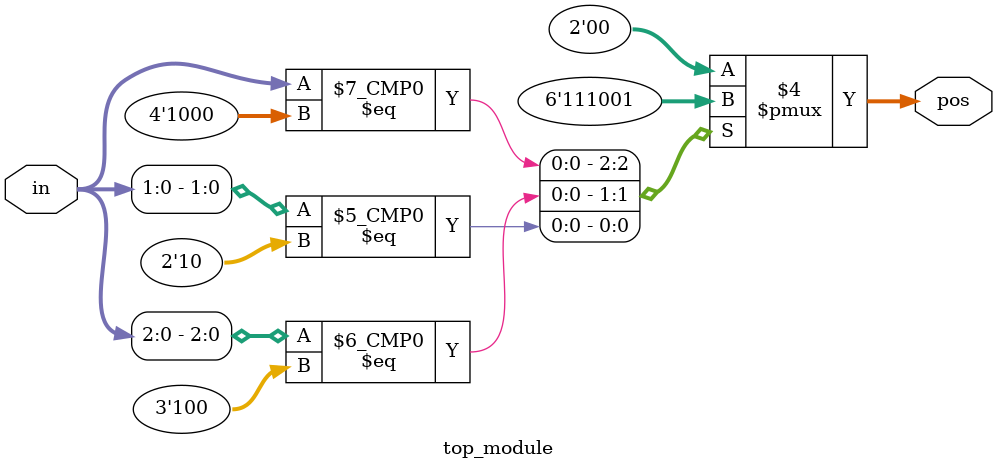
<source format=v>
module top_module (
    input [3:0] in,
    output reg [1:0] pos  );
    always@(*)
        begin
            casez(in)
                4'b1000: pos=2'd3;
                4'b?100: pos=2'd2;
                4'b??10: pos=2'd1;
                4'b???1: pos=2'd0;
                default: pos=2'd0;
            endcase
        end

endmodule
</source>
